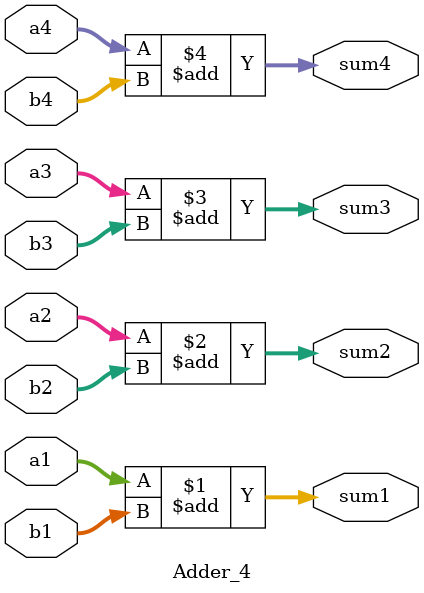
<source format=sv>
module Adder_4#(
    parameter DATA_WIDTH = 16
)(
    input logic [DATA_WIDTH-1:0] a1,
    input logic [DATA_WIDTH-1:0] a2,
    input logic [DATA_WIDTH-1:0] a3,
    input logic [DATA_WIDTH-1:0] a4,
    input logic [DATA_WIDTH-1:0] b1,
    input logic [DATA_WIDTH-1:0] b2,
    input logic [DATA_WIDTH-1:0] b3,
    input logic [DATA_WIDTH-1:0] b4,
    output logic [DATA_WIDTH-1:0] sum1,
    output logic [DATA_WIDTH-1:0] sum2,
    output logic [DATA_WIDTH-1:0] sum3,
    output logic [DATA_WIDTH-1:0] sum4
);
    assign sum1 = a1 + b1;
    assign sum2 = a2 + b2;
    assign sum3 = a3 + b3;
    assign sum4 = a4 + b4;
endmodule 
</source>
